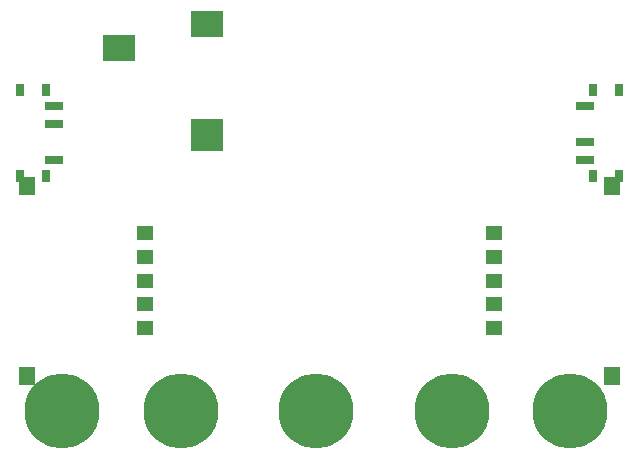
<source format=gbr>
G04 DipTrace 3.3.1.1*
G04 BottomAssy.gbr*
%MOIN*%
G04 #@! TF.FileFunction,Drawing,Bot*
G04 #@! TF.Part,Single*
G04 #@! TA.AperFunction,ComponentPad*
%ADD17C,0.25*%
%ADD21R,0.110236X0.110236*%
%ADD22R,0.110236X0.086614*%
%ADD27R,0.059055X0.027559*%
%ADD28R,0.031496X0.03937*%
%ADD29R,0.055118X0.059055*%
%ADD30R,0.055118X0.047244*%
%FSLAX26Y26*%
G04*
G70*
G90*
G75*
G01*
G04 BotAssy*
%LPD*%
D17*
X551181Y629923D3*
X944882D3*
X1397638D3*
X1850394D3*
X2244094D3*
D21*
X1031575Y1547984D3*
D22*
X740079Y1839323D3*
X1031417Y1918063D3*
D27*
X2293307Y1643702D3*
Y1525592D3*
Y1466537D3*
D28*
X2318898Y1698820D3*
X2405512D3*
X2318898Y1411419D3*
X2405512D3*
D27*
X521654Y1466537D3*
Y1584647D3*
Y1643702D3*
D28*
X496063Y1411419D3*
X409449D3*
X496063Y1698820D3*
X409449D3*
D29*
X2381890Y1379923D3*
Y746064D3*
D30*
X1988189Y1062993D3*
Y1141734D3*
Y984253D3*
Y905513D3*
Y1220474D3*
D29*
X433071Y746064D3*
Y1379923D3*
D30*
X826772Y1062993D3*
Y984253D3*
Y1141734D3*
Y1220474D3*
Y905513D3*
M02*

</source>
